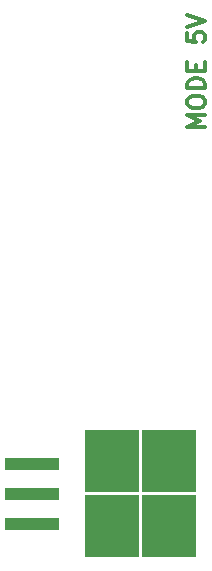
<source format=gbr>
%TF.GenerationSoftware,KiCad,Pcbnew,(6.0.10)*%
%TF.CreationDate,2023-05-04T16:05:14+10:00*%
%TF.ProjectId,LinearSaturn,4c696e65-6172-4536-9174-75726e2e6b69,rev?*%
%TF.SameCoordinates,Original*%
%TF.FileFunction,Paste,Top*%
%TF.FilePolarity,Positive*%
%FSLAX46Y46*%
G04 Gerber Fmt 4.6, Leading zero omitted, Abs format (unit mm)*
G04 Created by KiCad (PCBNEW (6.0.10)) date 2023-05-04 16:05:14*
%MOMM*%
%LPD*%
G01*
G04 APERTURE LIST*
%ADD10C,0.300000*%
%ADD11R,4.550000X5.250000*%
%ADD12R,4.600000X1.100000*%
G04 APERTURE END LIST*
D10*
X161768571Y-143482857D02*
X160268571Y-143482857D01*
X161340000Y-142982857D01*
X160268571Y-142482857D01*
X161768571Y-142482857D01*
X160268571Y-141482857D02*
X160268571Y-141197142D01*
X160340000Y-141054285D01*
X160482857Y-140911428D01*
X160768571Y-140840000D01*
X161268571Y-140840000D01*
X161554285Y-140911428D01*
X161697142Y-141054285D01*
X161768571Y-141197142D01*
X161768571Y-141482857D01*
X161697142Y-141625714D01*
X161554285Y-141768571D01*
X161268571Y-141840000D01*
X160768571Y-141840000D01*
X160482857Y-141768571D01*
X160340000Y-141625714D01*
X160268571Y-141482857D01*
X161768571Y-140197142D02*
X160268571Y-140197142D01*
X160268571Y-139840000D01*
X160340000Y-139625714D01*
X160482857Y-139482857D01*
X160625714Y-139411428D01*
X160911428Y-139340000D01*
X161125714Y-139340000D01*
X161411428Y-139411428D01*
X161554285Y-139482857D01*
X161697142Y-139625714D01*
X161768571Y-139840000D01*
X161768571Y-140197142D01*
X160982857Y-138697142D02*
X160982857Y-138197142D01*
X161768571Y-137982857D02*
X161768571Y-138697142D01*
X160268571Y-138697142D01*
X160268571Y-137982857D01*
X160268571Y-135482857D02*
X160268571Y-136197142D01*
X160982857Y-136268571D01*
X160911428Y-136197142D01*
X160840000Y-136054285D01*
X160840000Y-135697142D01*
X160911428Y-135554285D01*
X160982857Y-135482857D01*
X161125714Y-135411428D01*
X161482857Y-135411428D01*
X161625714Y-135482857D01*
X161697142Y-135554285D01*
X161768571Y-135697142D01*
X161768571Y-136054285D01*
X161697142Y-136197142D01*
X161625714Y-136268571D01*
X160268571Y-134982857D02*
X161768571Y-134482857D01*
X160268571Y-133982857D01*
D11*
%TO.C,LM2940A 3.3v TO263-3*%
X158708000Y-177273000D03*
D12*
X147133000Y-174498000D03*
D11*
X153858000Y-177273000D03*
X158708000Y-171723000D03*
X153858000Y-171723000D03*
D12*
X147133000Y-171958000D03*
X147133000Y-177038000D03*
%TD*%
M02*

</source>
